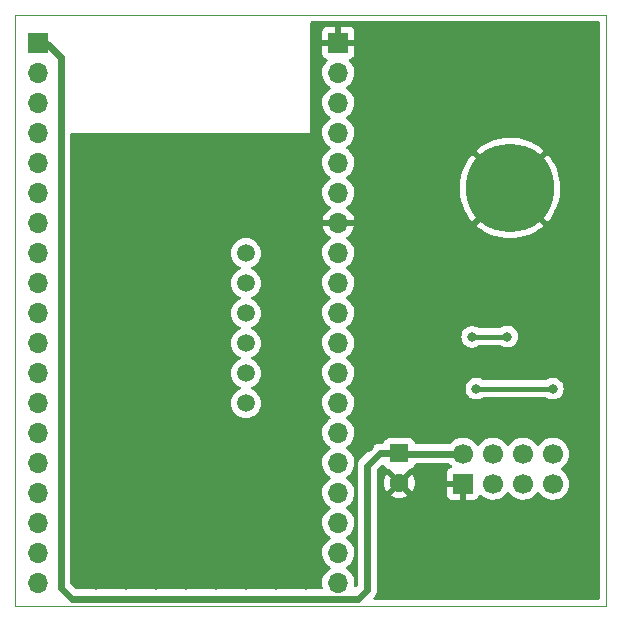
<source format=gbr>
%TF.GenerationSoftware,KiCad,Pcbnew,6.0.7-f9a2dced07~116~ubuntu20.04.1*%
%TF.CreationDate,2022-10-21T17:12:47+02:00*%
%TF.ProjectId,openDTU,6f70656e-4454-4552-9e6b-696361645f70,rev?*%
%TF.SameCoordinates,PX729cd20PY72d18e0*%
%TF.FileFunction,Copper,L2,Bot*%
%TF.FilePolarity,Positive*%
%FSLAX46Y46*%
G04 Gerber Fmt 4.6, Leading zero omitted, Abs format (unit mm)*
G04 Created by KiCad (PCBNEW 6.0.7-f9a2dced07~116~ubuntu20.04.1) date 2022-10-21 17:12:47*
%MOMM*%
%LPD*%
G01*
G04 APERTURE LIST*
%TA.AperFunction,Profile*%
%ADD10C,0.100000*%
%TD*%
%TA.AperFunction,ComponentPad*%
%ADD11C,1.500000*%
%TD*%
%TA.AperFunction,ComponentPad*%
%ADD12C,4.700000*%
%TD*%
%TA.AperFunction,ConnectorPad*%
%ADD13C,7.500000*%
%TD*%
%TA.AperFunction,ComponentPad*%
%ADD14R,1.700000X1.700000*%
%TD*%
%TA.AperFunction,ComponentPad*%
%ADD15O,1.700000X1.700000*%
%TD*%
%TA.AperFunction,ComponentPad*%
%ADD16R,1.600000X1.600000*%
%TD*%
%TA.AperFunction,ComponentPad*%
%ADD17C,1.600000*%
%TD*%
%TA.AperFunction,ComponentPad*%
%ADD18C,1.700000*%
%TD*%
%TA.AperFunction,ViaPad*%
%ADD19C,0.800000*%
%TD*%
%TA.AperFunction,Conductor*%
%ADD20C,0.609600*%
%TD*%
%TA.AperFunction,Conductor*%
%ADD21C,0.400000*%
%TD*%
%TA.AperFunction,Conductor*%
%ADD22C,0.250000*%
%TD*%
G04 APERTURE END LIST*
D10*
X0Y50000000D02*
X50000000Y50000000D01*
X50000000Y50000000D02*
X50000000Y0D01*
X50000000Y0D02*
X0Y0D01*
X0Y0D02*
X0Y50000000D01*
D11*
%TO.P,TP6,1,1*%
%TO.N,/CE*%
X19520000Y17145000D03*
%TD*%
%TO.P,TP5,1,1*%
%TO.N,/IRQ*%
X19520000Y19685000D03*
%TD*%
%TO.P,TP4,1,1*%
%TO.N,/~{CSN}*%
X19520000Y22225000D03*
%TD*%
%TO.P,TP3,1,1*%
%TO.N,/SCK*%
X19520000Y24765000D03*
%TD*%
%TO.P,TP2,1,1*%
%TO.N,/MISO*%
X19520000Y27305000D03*
%TD*%
%TO.P,TP1,1,1*%
%TO.N,/MOSI*%
X19520000Y29845000D03*
%TD*%
D12*
%TO.P,REF\u002A\u002A,1*%
%TO.N,GND*%
X41872000Y35356800D03*
D13*
X41872000Y35356800D03*
%TD*%
D14*
%TO.P,U1,1,3V3*%
%TO.N,+3.3V*%
X1939000Y47657000D03*
D15*
%TO.P,U1,2,EN*%
%TO.N,unconnected-(U1-Pad2)*%
X1939000Y45117000D03*
%TO.P,U1,3,SP*%
%TO.N,unconnected-(U1-Pad3)*%
X1939000Y42577000D03*
%TO.P,U1,4,SN*%
%TO.N,unconnected-(U1-Pad4)*%
X1939000Y40037000D03*
%TO.P,U1,5,G34*%
%TO.N,unconnected-(U1-Pad5)*%
X1939000Y37497000D03*
%TO.P,U1,6,G35*%
%TO.N,unconnected-(U1-Pad6)*%
X1939000Y34957000D03*
%TO.P,U1,7,G32*%
%TO.N,unconnected-(U1-Pad7)*%
X1939000Y32417000D03*
%TO.P,U1,8,G33*%
%TO.N,unconnected-(U1-Pad8)*%
X1939000Y29877000D03*
%TO.P,U1,9,G25*%
%TO.N,unconnected-(U1-Pad9)*%
X1939000Y27337000D03*
%TO.P,U1,10,G26*%
%TO.N,unconnected-(U1-Pad10)*%
X1939000Y24797000D03*
%TO.P,U1,11,G27*%
%TO.N,unconnected-(U1-Pad11)*%
X1939000Y22257000D03*
%TO.P,U1,12,G14*%
%TO.N,unconnected-(U1-Pad12)*%
X1939000Y19717000D03*
%TO.P,U1,13,G12*%
%TO.N,unconnected-(U1-Pad13)*%
X1939000Y17177000D03*
%TO.P,U1,14,GND*%
%TO.N,GND*%
X1939000Y14637000D03*
%TO.P,U1,15,G13*%
%TO.N,unconnected-(U1-Pad15)*%
X1939000Y12097000D03*
%TO.P,U1,16,SD2*%
%TO.N,unconnected-(U1-Pad16)*%
X1939000Y9557000D03*
%TO.P,U1,17,SD3*%
%TO.N,unconnected-(U1-Pad17)*%
X1939000Y7017000D03*
%TO.P,U1,18,CMD*%
%TO.N,unconnected-(U1-Pad18)*%
X1939000Y4477000D03*
%TO.P,U1,19,5V*%
%TO.N,unconnected-(U1-Pad19)*%
X1939000Y1937000D03*
%TO.P,U1,20,CLK*%
%TO.N,unconnected-(U1-Pad20)*%
X27339000Y1937000D03*
%TO.P,U1,21,SD0*%
%TO.N,unconnected-(U1-Pad21)*%
X27339000Y4477000D03*
%TO.P,U1,22,SD1*%
%TO.N,unconnected-(U1-Pad22)*%
X27339000Y7017000D03*
%TO.P,U1,23,G15*%
%TO.N,unconnected-(U1-Pad23)*%
X27339000Y9557000D03*
%TO.P,U1,24,G2*%
%TO.N,unconnected-(U1-Pad24)*%
X27339000Y12097000D03*
%TO.P,U1,25,G0*%
%TO.N,unconnected-(U1-Pad25)*%
X27339000Y14637000D03*
%TO.P,U1,26,G4*%
%TO.N,/CE*%
X27339000Y17177000D03*
%TO.P,U1,27,G16*%
%TO.N,/IRQ*%
X27339000Y19717000D03*
%TO.P,U1,28,G17*%
%TO.N,unconnected-(U1-Pad28)*%
X27339000Y22257000D03*
%TO.P,U1,29,G5*%
%TO.N,/~{CSN}*%
X27339000Y24797000D03*
%TO.P,U1,30,G18*%
%TO.N,/SCK*%
X27339000Y27337000D03*
%TO.P,U1,31,G19*%
%TO.N,/MISO*%
X27339000Y29877000D03*
%TO.P,U1,32,GND*%
%TO.N,GND*%
X27339000Y32417000D03*
%TO.P,U1,33,G21*%
%TO.N,unconnected-(U1-Pad33)*%
X27339000Y34957000D03*
%TO.P,U1,34,RXD*%
%TO.N,unconnected-(U1-Pad34)*%
X27339000Y37497000D03*
%TO.P,U1,35,TXD*%
%TO.N,unconnected-(U1-Pad35)*%
X27339000Y40037000D03*
%TO.P,U1,36,G22*%
%TO.N,unconnected-(U1-Pad36)*%
X27339000Y42577000D03*
%TO.P,U1,37,G23*%
%TO.N,/MOSI*%
X27339000Y45117000D03*
D14*
%TO.P,U1,38,GND*%
%TO.N,GND*%
X27339000Y47657000D03*
%TD*%
D16*
%TO.P,C1,1*%
%TO.N,+3.3V*%
X32499400Y12891779D03*
D17*
%TO.P,C1,2*%
%TO.N,GND*%
X32499400Y10391779D03*
%TD*%
D14*
%TO.P,U2,1,GND*%
%TO.N,GND*%
X37880000Y10319000D03*
D18*
%TO.P,U2,2,VCC*%
%TO.N,+3.3V*%
X37880000Y12859000D03*
%TO.P,U2,3,CE*%
%TO.N,/CE*%
X40420000Y10319000D03*
%TO.P,U2,4,~{CSN}*%
%TO.N,/~{CSN}*%
X40420000Y12859000D03*
%TO.P,U2,5,SCK*%
%TO.N,/SCK*%
X42960000Y10319000D03*
%TO.P,U2,6,MOSI*%
%TO.N,/MOSI*%
X42960000Y12859000D03*
%TO.P,U2,7,MISO*%
%TO.N,/MISO*%
X45500000Y10319000D03*
%TO.P,U2,8,IRQ*%
%TO.N,/IRQ*%
X45500000Y12859000D03*
%TD*%
D19*
%TO.N,GND*%
X22060000Y38862000D03*
X19520000Y38862000D03*
X16980000Y38862000D03*
X14440000Y38862000D03*
X11900000Y38862000D03*
X9360000Y38862000D03*
X6820000Y38862000D03*
X24600000Y1778000D03*
X22060000Y1778000D03*
X19520000Y1778000D03*
X16980000Y1778000D03*
X14440000Y1778000D03*
X11900000Y1778000D03*
X9360000Y1778000D03*
X6820000Y1778000D03*
X5042000Y3302000D03*
X5042000Y5842000D03*
X5042000Y8382000D03*
X5042000Y10922000D03*
X5042000Y13462000D03*
X5042000Y16002000D03*
X5042000Y18542000D03*
X5042000Y21082000D03*
X5042000Y23622000D03*
X5042000Y26162000D03*
X5042000Y28702000D03*
X5042000Y31242000D03*
X5042000Y34036000D03*
X5042000Y36322000D03*
X5042000Y38862000D03*
X48984000Y3556000D03*
X48984000Y6096000D03*
X48984000Y8636000D03*
X48984000Y11176000D03*
X48984000Y13716000D03*
X48984000Y16256000D03*
X48984000Y18796000D03*
X48984000Y21336000D03*
X48984000Y23876000D03*
X48984000Y26416000D03*
X48984000Y28956000D03*
X48984000Y31496000D03*
X48984000Y34036000D03*
X48984000Y36576000D03*
X48984000Y39116000D03*
X48984000Y41656000D03*
X48984000Y44196000D03*
X48984000Y46736000D03*
X29934000Y43942000D03*
X29934000Y41402000D03*
X29934000Y38862000D03*
X29934000Y34036000D03*
X29934000Y36322000D03*
X32728000Y1016000D03*
X35776000Y1016000D03*
X38316000Y1016000D03*
X41110000Y1016000D03*
X43904000Y1016000D03*
X46444000Y1016000D03*
X48984000Y1016000D03*
X29934000Y16002000D03*
X32728000Y49022000D03*
X35776000Y49022000D03*
X38316000Y49022000D03*
X41110000Y49022000D03*
X43904000Y49022000D03*
X46444000Y49022000D03*
X48984000Y49022000D03*
X29934000Y49022000D03*
X25362000Y49022000D03*
X29934000Y46228000D03*
X29934000Y13462000D03*
X25362000Y3302000D03*
X25362000Y5842000D03*
X25362000Y8382000D03*
X25362000Y10922000D03*
X25362000Y13462000D03*
X25362000Y16002000D03*
X35776000Y21082000D03*
X33490000Y23622000D03*
X29934000Y18542000D03*
X25362000Y18542000D03*
X25362000Y46228000D03*
X25362000Y43942000D03*
X25362000Y41402000D03*
X25362000Y38862000D03*
X25362000Y36322000D03*
X25362000Y31242000D03*
X29934000Y31242000D03*
X29934000Y28702000D03*
X25362000Y28702000D03*
X25362000Y26162000D03*
X29934000Y26162000D03*
X29934000Y21082000D03*
X29934000Y23622000D03*
X25362000Y21082000D03*
X25362000Y23622000D03*
%TO.N,/IRQ*%
X45504200Y18364200D03*
X39027200Y18364200D03*
%TO.N,/MISO*%
X41643400Y22783800D03*
X38671600Y22758400D03*
%TD*%
D20*
%TO.N,+3.3V*%
X32532179Y12859000D02*
X32499400Y12891779D01*
X1939000Y47657000D02*
X2597000Y47657000D01*
X3822800Y46431200D02*
X3822800Y1524000D01*
X37880000Y12859000D02*
X32532179Y12859000D01*
X29807000Y11861800D02*
X30836979Y12891779D01*
X29807000Y1346200D02*
X29807000Y11861800D01*
X4788000Y558800D02*
X29019600Y558800D01*
X3822800Y1524000D02*
X4788000Y558800D01*
X2597000Y47657000D02*
X3822800Y46431200D01*
X29019600Y558800D02*
X29807000Y1346200D01*
X30836979Y12891779D02*
X32499400Y12891779D01*
D21*
%TO.N,/IRQ*%
X39027200Y18364200D02*
X45504200Y18364200D01*
D22*
%TO.N,/MISO*%
X41618000Y22758400D02*
X41643400Y22783800D01*
D21*
X38671600Y22758400D02*
X41618000Y22758400D01*
%TD*%
%TA.AperFunction,Conductor*%
%TO.N,GND*%
G36*
X49433621Y49471498D02*
G01*
X49480114Y49417842D01*
X49491500Y49365500D01*
X49491500Y634500D01*
X49471498Y566379D01*
X49417842Y519886D01*
X49365500Y508500D01*
X30423670Y508500D01*
X30355549Y528502D01*
X30309056Y582158D01*
X30298952Y652432D01*
X30328446Y717012D01*
X30334575Y723595D01*
X30375469Y764489D01*
X30376406Y765418D01*
X30436218Y823990D01*
X30436219Y823991D01*
X30441250Y828918D01*
X30445064Y834836D01*
X30445068Y834841D01*
X30464895Y865607D01*
X30472334Y875960D01*
X30495170Y904566D01*
X30499563Y910069D01*
X30502628Y916409D01*
X30502631Y916414D01*
X30514265Y940479D01*
X30521792Y953892D01*
X30536274Y976364D01*
X30536277Y976371D01*
X30540092Y982290D01*
X30555023Y1023311D01*
X30559982Y1035051D01*
X30575911Y1068001D01*
X30575912Y1068003D01*
X30578977Y1074344D01*
X30586577Y1107264D01*
X30590943Y1121999D01*
X30600089Y1147128D01*
X30600091Y1147134D01*
X30602498Y1153749D01*
X30607969Y1197059D01*
X30610203Y1209600D01*
X30620022Y1252130D01*
X30620156Y1290290D01*
X30620165Y1292941D01*
X30620195Y1293834D01*
X30620300Y1294670D01*
X30620300Y1331760D01*
X30620659Y1434592D01*
X30620389Y1435798D01*
X30620300Y1437447D01*
X30620300Y9305717D01*
X31777893Y9305717D01*
X31787189Y9293702D01*
X31838394Y9257848D01*
X31847889Y9252365D01*
X32045347Y9160289D01*
X32055639Y9156543D01*
X32266088Y9100154D01*
X32276881Y9098251D01*
X32493925Y9079262D01*
X32504875Y9079262D01*
X32721919Y9098251D01*
X32732712Y9100154D01*
X32943161Y9156543D01*
X32953453Y9160289D01*
X33150911Y9252365D01*
X33160406Y9257848D01*
X33212448Y9294288D01*
X33220824Y9304767D01*
X33213756Y9318213D01*
X33107638Y9424331D01*
X36522001Y9424331D01*
X36522371Y9417510D01*
X36527895Y9366648D01*
X36531521Y9351396D01*
X36576676Y9230946D01*
X36585214Y9215351D01*
X36661715Y9113276D01*
X36674276Y9100715D01*
X36776351Y9024214D01*
X36791946Y9015676D01*
X36912394Y8970522D01*
X36927649Y8966895D01*
X36978514Y8961369D01*
X36985328Y8961000D01*
X37607885Y8961000D01*
X37623124Y8965475D01*
X37624329Y8966865D01*
X37626000Y8974548D01*
X37626000Y10046885D01*
X37621525Y10062124D01*
X37620135Y10063329D01*
X37612452Y10065000D01*
X36540116Y10065000D01*
X36524877Y10060525D01*
X36523672Y10059135D01*
X36522001Y10051452D01*
X36522001Y9424331D01*
X33107638Y9424331D01*
X32512212Y10019757D01*
X32498268Y10027371D01*
X32496435Y10027240D01*
X32489820Y10022989D01*
X31784323Y9317492D01*
X31777893Y9305717D01*
X30620300Y9305717D01*
X30620300Y10386304D01*
X31186883Y10386304D01*
X31205872Y10169260D01*
X31207775Y10158467D01*
X31264164Y9948018D01*
X31267910Y9937726D01*
X31359986Y9740268D01*
X31365469Y9730773D01*
X31401909Y9678731D01*
X31412388Y9670355D01*
X31425834Y9677423D01*
X32127378Y10378967D01*
X32133756Y10390647D01*
X32863808Y10390647D01*
X32863939Y10388814D01*
X32868190Y10382199D01*
X33573687Y9676702D01*
X33585462Y9670272D01*
X33597477Y9679568D01*
X33633331Y9730773D01*
X33638814Y9740268D01*
X33730890Y9937726D01*
X33734636Y9948018D01*
X33791025Y10158467D01*
X33792928Y10169260D01*
X33811917Y10386304D01*
X33811917Y10397254D01*
X33792928Y10614298D01*
X33791025Y10625091D01*
X33734636Y10835540D01*
X33730890Y10845832D01*
X33638814Y11043290D01*
X33633331Y11052785D01*
X33596891Y11104827D01*
X33586412Y11113203D01*
X33572966Y11106135D01*
X32871422Y10404591D01*
X32863808Y10390647D01*
X32133756Y10390647D01*
X32134992Y10392911D01*
X32134861Y10394744D01*
X32130610Y10401359D01*
X31425113Y11106856D01*
X31413338Y11113286D01*
X31401323Y11103990D01*
X31365469Y11052785D01*
X31359986Y11043290D01*
X31267910Y10845832D01*
X31264164Y10835540D01*
X31207775Y10625091D01*
X31205872Y10614298D01*
X31186883Y10397254D01*
X31186883Y10386304D01*
X30620300Y10386304D01*
X30620300Y11472730D01*
X30640302Y11540851D01*
X30657205Y11561825D01*
X31026333Y11930953D01*
X31088645Y11964979D01*
X31159460Y11959914D01*
X31216296Y11917367D01*
X31233410Y11886086D01*
X31237209Y11875954D01*
X31248785Y11845074D01*
X31336139Y11728518D01*
X31452695Y11641164D01*
X31589084Y11590034D01*
X31632652Y11585301D01*
X31647886Y11583646D01*
X31647889Y11583646D01*
X31651266Y11583279D01*
X31654585Y11583279D01*
X31721510Y11559626D01*
X31757204Y11513623D01*
X31759134Y11514638D01*
X31764842Y11503779D01*
X31765032Y11503534D01*
X31765053Y11503376D01*
X31785044Y11465345D01*
X32486588Y10763801D01*
X32500532Y10756187D01*
X32502365Y10756318D01*
X32508980Y10760569D01*
X33214477Y11466066D01*
X33237271Y11507808D01*
X33239447Y11517808D01*
X33289653Y11568006D01*
X33343214Y11583230D01*
X33344119Y11583279D01*
X33347534Y11583279D01*
X33350930Y11583648D01*
X33350932Y11583648D01*
X33363279Y11584989D01*
X33409716Y11590034D01*
X33546105Y11641164D01*
X33662661Y11728518D01*
X33750015Y11845074D01*
X33761592Y11875954D01*
X33794572Y11963929D01*
X33837213Y12020694D01*
X33903775Y12045394D01*
X33912554Y12045700D01*
X36729546Y12045700D01*
X36797667Y12025698D01*
X36824783Y12002198D01*
X36922865Y11888969D01*
X36922869Y11888965D01*
X36926250Y11885062D01*
X36930225Y11881762D01*
X36930231Y11881756D01*
X36935425Y11877444D01*
X36975059Y11818540D01*
X36976555Y11747559D01*
X36939439Y11687038D01*
X36899168Y11662520D01*
X36791946Y11622324D01*
X36776351Y11613786D01*
X36674276Y11537285D01*
X36661715Y11524724D01*
X36585214Y11422649D01*
X36576676Y11407054D01*
X36531522Y11286606D01*
X36527895Y11271351D01*
X36522369Y11220486D01*
X36522000Y11213672D01*
X36522000Y10591115D01*
X36526475Y10575876D01*
X36527865Y10574671D01*
X36535548Y10573000D01*
X38008000Y10573000D01*
X38076121Y10552998D01*
X38122614Y10499342D01*
X38134000Y10447000D01*
X38134000Y8979116D01*
X38138475Y8963877D01*
X38139865Y8962672D01*
X38147548Y8961001D01*
X38774669Y8961001D01*
X38781490Y8961371D01*
X38832352Y8966895D01*
X38847604Y8970521D01*
X38968054Y9015676D01*
X38983649Y9024214D01*
X39085724Y9100715D01*
X39098285Y9113276D01*
X39174786Y9215351D01*
X39183324Y9230946D01*
X39224225Y9340048D01*
X39266867Y9396812D01*
X39333428Y9421512D01*
X39402777Y9406304D01*
X39437444Y9378316D01*
X39462865Y9348969D01*
X39462869Y9348965D01*
X39466250Y9345062D01*
X39638126Y9202368D01*
X39831000Y9089662D01*
X40039692Y9009970D01*
X40044760Y9008939D01*
X40044763Y9008938D01*
X40152017Y8987117D01*
X40258597Y8965433D01*
X40263772Y8965243D01*
X40263774Y8965243D01*
X40476673Y8957436D01*
X40476677Y8957436D01*
X40481837Y8957247D01*
X40486957Y8957903D01*
X40486959Y8957903D01*
X40698288Y8984975D01*
X40698289Y8984975D01*
X40703416Y8985632D01*
X40708366Y8987117D01*
X40912429Y9048339D01*
X40912434Y9048341D01*
X40917384Y9049826D01*
X41117994Y9148104D01*
X41299860Y9277827D01*
X41340388Y9318213D01*
X41400701Y9378316D01*
X41458096Y9435511D01*
X41495161Y9487092D01*
X41588453Y9616923D01*
X41589776Y9615972D01*
X41636645Y9659143D01*
X41706580Y9671375D01*
X41772026Y9643856D01*
X41799875Y9612006D01*
X41859987Y9513912D01*
X42006250Y9345062D01*
X42178126Y9202368D01*
X42371000Y9089662D01*
X42579692Y9009970D01*
X42584760Y9008939D01*
X42584763Y9008938D01*
X42692017Y8987117D01*
X42798597Y8965433D01*
X42803772Y8965243D01*
X42803774Y8965243D01*
X43016673Y8957436D01*
X43016677Y8957436D01*
X43021837Y8957247D01*
X43026957Y8957903D01*
X43026959Y8957903D01*
X43238288Y8984975D01*
X43238289Y8984975D01*
X43243416Y8985632D01*
X43248366Y8987117D01*
X43452429Y9048339D01*
X43452434Y9048341D01*
X43457384Y9049826D01*
X43657994Y9148104D01*
X43839860Y9277827D01*
X43880388Y9318213D01*
X43940701Y9378316D01*
X43998096Y9435511D01*
X44035161Y9487092D01*
X44128453Y9616923D01*
X44129776Y9615972D01*
X44176645Y9659143D01*
X44246580Y9671375D01*
X44312026Y9643856D01*
X44339875Y9612006D01*
X44399987Y9513912D01*
X44546250Y9345062D01*
X44718126Y9202368D01*
X44911000Y9089662D01*
X45119692Y9009970D01*
X45124760Y9008939D01*
X45124763Y9008938D01*
X45232017Y8987117D01*
X45338597Y8965433D01*
X45343772Y8965243D01*
X45343774Y8965243D01*
X45556673Y8957436D01*
X45556677Y8957436D01*
X45561837Y8957247D01*
X45566957Y8957903D01*
X45566959Y8957903D01*
X45778288Y8984975D01*
X45778289Y8984975D01*
X45783416Y8985632D01*
X45788366Y8987117D01*
X45992429Y9048339D01*
X45992434Y9048341D01*
X45997384Y9049826D01*
X46197994Y9148104D01*
X46379860Y9277827D01*
X46420388Y9318213D01*
X46480701Y9378316D01*
X46538096Y9435511D01*
X46575161Y9487092D01*
X46665435Y9612723D01*
X46668453Y9616923D01*
X46689320Y9659143D01*
X46765136Y9812547D01*
X46765137Y9812549D01*
X46767430Y9817189D01*
X46832370Y10030931D01*
X46861529Y10252410D01*
X46863156Y10319000D01*
X46844852Y10541639D01*
X46790431Y10758298D01*
X46701354Y10963160D01*
X46643373Y11052785D01*
X46582822Y11146383D01*
X46582820Y11146386D01*
X46580014Y11150723D01*
X46429670Y11315949D01*
X46425619Y11319148D01*
X46425615Y11319152D01*
X46258414Y11451200D01*
X46258410Y11451202D01*
X46254359Y11454402D01*
X46213053Y11477204D01*
X46163084Y11527636D01*
X46148312Y11597079D01*
X46173428Y11663484D01*
X46200780Y11690091D01*
X46264719Y11735698D01*
X46379860Y11817827D01*
X46404323Y11842204D01*
X46493382Y11930953D01*
X46538096Y11975511D01*
X46557273Y12002198D01*
X46665435Y12152723D01*
X46668453Y12156923D01*
X46676374Y12172949D01*
X46765136Y12352547D01*
X46765137Y12352549D01*
X46767430Y12357189D01*
X46832370Y12570931D01*
X46861529Y12792410D01*
X46863156Y12859000D01*
X46844852Y13081639D01*
X46790431Y13298298D01*
X46701354Y13503160D01*
X46644939Y13590364D01*
X46582822Y13686383D01*
X46582820Y13686386D01*
X46580014Y13690723D01*
X46429670Y13855949D01*
X46425619Y13859148D01*
X46425615Y13859152D01*
X46258414Y13991200D01*
X46258410Y13991202D01*
X46254359Y13994402D01*
X46058789Y14102362D01*
X46053920Y14104086D01*
X46053916Y14104088D01*
X45853087Y14175205D01*
X45853083Y14175206D01*
X45848212Y14176931D01*
X45843119Y14177838D01*
X45843116Y14177839D01*
X45633373Y14215200D01*
X45633367Y14215201D01*
X45628284Y14216106D01*
X45554452Y14217008D01*
X45410081Y14218772D01*
X45410079Y14218772D01*
X45404911Y14218835D01*
X45184091Y14185045D01*
X44971756Y14115643D01*
X44941443Y14099863D01*
X44789250Y14020636D01*
X44773607Y14012493D01*
X44769474Y14009390D01*
X44769471Y14009388D01*
X44599100Y13881470D01*
X44594965Y13878365D01*
X44591393Y13874627D01*
X44472166Y13749863D01*
X44440629Y13716862D01*
X44333201Y13559379D01*
X44278293Y13514379D01*
X44207768Y13506208D01*
X44144021Y13537462D01*
X44123324Y13561946D01*
X44042822Y13686383D01*
X44042820Y13686386D01*
X44040014Y13690723D01*
X43889670Y13855949D01*
X43885619Y13859148D01*
X43885615Y13859152D01*
X43718414Y13991200D01*
X43718410Y13991202D01*
X43714359Y13994402D01*
X43518789Y14102362D01*
X43513920Y14104086D01*
X43513916Y14104088D01*
X43313087Y14175205D01*
X43313083Y14175206D01*
X43308212Y14176931D01*
X43303119Y14177838D01*
X43303116Y14177839D01*
X43093373Y14215200D01*
X43093367Y14215201D01*
X43088284Y14216106D01*
X43014452Y14217008D01*
X42870081Y14218772D01*
X42870079Y14218772D01*
X42864911Y14218835D01*
X42644091Y14185045D01*
X42431756Y14115643D01*
X42401443Y14099863D01*
X42249250Y14020636D01*
X42233607Y14012493D01*
X42229474Y14009390D01*
X42229471Y14009388D01*
X42059100Y13881470D01*
X42054965Y13878365D01*
X42051393Y13874627D01*
X41932166Y13749863D01*
X41900629Y13716862D01*
X41793201Y13559379D01*
X41738293Y13514379D01*
X41667768Y13506208D01*
X41604021Y13537462D01*
X41583324Y13561946D01*
X41502822Y13686383D01*
X41502820Y13686386D01*
X41500014Y13690723D01*
X41349670Y13855949D01*
X41345619Y13859148D01*
X41345615Y13859152D01*
X41178414Y13991200D01*
X41178410Y13991202D01*
X41174359Y13994402D01*
X40978789Y14102362D01*
X40973920Y14104086D01*
X40973916Y14104088D01*
X40773087Y14175205D01*
X40773083Y14175206D01*
X40768212Y14176931D01*
X40763119Y14177838D01*
X40763116Y14177839D01*
X40553373Y14215200D01*
X40553367Y14215201D01*
X40548284Y14216106D01*
X40474452Y14217008D01*
X40330081Y14218772D01*
X40330079Y14218772D01*
X40324911Y14218835D01*
X40104091Y14185045D01*
X39891756Y14115643D01*
X39861443Y14099863D01*
X39709250Y14020636D01*
X39693607Y14012493D01*
X39689474Y14009390D01*
X39689471Y14009388D01*
X39519100Y13881470D01*
X39514965Y13878365D01*
X39511393Y13874627D01*
X39392166Y13749863D01*
X39360629Y13716862D01*
X39253201Y13559379D01*
X39198293Y13514379D01*
X39127768Y13506208D01*
X39064021Y13537462D01*
X39043324Y13561946D01*
X38962822Y13686383D01*
X38962820Y13686386D01*
X38960014Y13690723D01*
X38809670Y13855949D01*
X38805619Y13859148D01*
X38805615Y13859152D01*
X38638414Y13991200D01*
X38638410Y13991202D01*
X38634359Y13994402D01*
X38438789Y14102362D01*
X38433920Y14104086D01*
X38433916Y14104088D01*
X38233087Y14175205D01*
X38233083Y14175206D01*
X38228212Y14176931D01*
X38223119Y14177838D01*
X38223116Y14177839D01*
X38013373Y14215200D01*
X38013367Y14215201D01*
X38008284Y14216106D01*
X37934452Y14217008D01*
X37790081Y14218772D01*
X37790079Y14218772D01*
X37784911Y14218835D01*
X37564091Y14185045D01*
X37351756Y14115643D01*
X37321443Y14099863D01*
X37169250Y14020636D01*
X37153607Y14012493D01*
X37149474Y14009390D01*
X37149471Y14009388D01*
X36979100Y13881470D01*
X36974965Y13878365D01*
X36927123Y13828301D01*
X36852166Y13749863D01*
X36822231Y13718538D01*
X36822229Y13718537D01*
X36820629Y13716862D01*
X36820283Y13717192D01*
X36764500Y13678655D01*
X36724990Y13672300D01*
X33928299Y13672300D01*
X33860178Y13692302D01*
X33813685Y13745958D01*
X33803036Y13784689D01*
X33801998Y13794240D01*
X33801145Y13802095D01*
X33750015Y13938484D01*
X33662661Y14055040D01*
X33546105Y14142394D01*
X33409716Y14193524D01*
X33347534Y14200279D01*
X31651266Y14200279D01*
X31589084Y14193524D01*
X31452695Y14142394D01*
X31336139Y14055040D01*
X31248785Y13938484D01*
X31197655Y13802095D01*
X31197404Y13799785D01*
X31163413Y13740287D01*
X31100458Y13707466D01*
X31076048Y13705079D01*
X30846196Y13705079D01*
X30844876Y13705086D01*
X30843768Y13705098D01*
X30754270Y13706035D01*
X30747388Y13704547D01*
X30747387Y13704547D01*
X30711607Y13696812D01*
X30699029Y13694753D01*
X30662661Y13690673D01*
X30662652Y13690671D01*
X30655654Y13689886D01*
X30645595Y13686383D01*
X30623748Y13678776D01*
X30608941Y13674614D01*
X30598239Y13672300D01*
X30575928Y13667476D01*
X30569543Y13664499D01*
X30569541Y13664498D01*
X30566462Y13663062D01*
X30536365Y13649028D01*
X30524572Y13644239D01*
X30483340Y13629880D01*
X30477365Y13626146D01*
X30477362Y13626145D01*
X30454689Y13611978D01*
X30441172Y13604639D01*
X30410560Y13590364D01*
X30385574Y13570983D01*
X30376069Y13563610D01*
X30365615Y13556317D01*
X30328603Y13533190D01*
X30323604Y13528225D01*
X30323602Y13528224D01*
X30299635Y13504423D01*
X30298997Y13503826D01*
X30298326Y13503306D01*
X30272068Y13477048D01*
X30220822Y13426158D01*
X30199133Y13404620D01*
X30198473Y13403579D01*
X30197364Y13402344D01*
X29238531Y12443511D01*
X29237594Y12442582D01*
X29172750Y12379082D01*
X29168936Y12373164D01*
X29168932Y12373159D01*
X29149105Y12342393D01*
X29141666Y12332040D01*
X29127646Y12314478D01*
X29114437Y12297931D01*
X29111372Y12291591D01*
X29111369Y12291586D01*
X29099735Y12267521D01*
X29092208Y12254108D01*
X29077726Y12231636D01*
X29077723Y12231629D01*
X29073908Y12225710D01*
X29071498Y12219090D01*
X29071498Y12219089D01*
X29058979Y12184693D01*
X29054019Y12172952D01*
X29035023Y12133656D01*
X29027423Y12100736D01*
X29023057Y12086001D01*
X29013911Y12060872D01*
X29013909Y12060866D01*
X29011502Y12054251D01*
X29010620Y12047268D01*
X29006031Y12010941D01*
X29003797Y11998400D01*
X28993978Y11955870D01*
X28993953Y11948824D01*
X28993953Y11948821D01*
X28993835Y11915059D01*
X28993805Y11914166D01*
X28993700Y11913330D01*
X28993700Y11876394D01*
X28993699Y11875954D01*
X28993448Y11803977D01*
X28993341Y11773408D01*
X28993611Y11772202D01*
X28993700Y11770553D01*
X28993700Y1735270D01*
X28973698Y1667149D01*
X28956795Y1646175D01*
X28890144Y1579524D01*
X28827832Y1545498D01*
X28757017Y1550563D01*
X28700181Y1593110D01*
X28675370Y1659630D01*
X28676127Y1685066D01*
X28683654Y1742233D01*
X28700529Y1870410D01*
X28700917Y1886287D01*
X28702074Y1933635D01*
X28702074Y1933639D01*
X28702156Y1937000D01*
X28683852Y2159639D01*
X28629431Y2376298D01*
X28540354Y2581160D01*
X28419014Y2768723D01*
X28268670Y2933949D01*
X28264619Y2937148D01*
X28264615Y2937152D01*
X28097414Y3069200D01*
X28097410Y3069202D01*
X28093359Y3072402D01*
X28052053Y3095204D01*
X28002084Y3145636D01*
X27987312Y3215079D01*
X28012428Y3281484D01*
X28039780Y3308091D01*
X28083603Y3339350D01*
X28218860Y3435827D01*
X28377096Y3593511D01*
X28436594Y3676311D01*
X28504435Y3770723D01*
X28507453Y3774923D01*
X28606430Y3975189D01*
X28671370Y4188931D01*
X28700529Y4410410D01*
X28702156Y4477000D01*
X28683852Y4699639D01*
X28629431Y4916298D01*
X28540354Y5121160D01*
X28419014Y5308723D01*
X28268670Y5473949D01*
X28264619Y5477148D01*
X28264615Y5477152D01*
X28097414Y5609200D01*
X28097410Y5609202D01*
X28093359Y5612402D01*
X28052053Y5635204D01*
X28002084Y5685636D01*
X27987312Y5755079D01*
X28012428Y5821484D01*
X28039780Y5848091D01*
X28083603Y5879350D01*
X28218860Y5975827D01*
X28377096Y6133511D01*
X28436594Y6216311D01*
X28504435Y6310723D01*
X28507453Y6314923D01*
X28606430Y6515189D01*
X28671370Y6728931D01*
X28700529Y6950410D01*
X28702156Y7017000D01*
X28683852Y7239639D01*
X28629431Y7456298D01*
X28540354Y7661160D01*
X28419014Y7848723D01*
X28268670Y8013949D01*
X28264619Y8017148D01*
X28264615Y8017152D01*
X28097414Y8149200D01*
X28097410Y8149202D01*
X28093359Y8152402D01*
X28052053Y8175204D01*
X28002084Y8225636D01*
X27987312Y8295079D01*
X28012428Y8361484D01*
X28039780Y8388091D01*
X28083603Y8419350D01*
X28218860Y8515827D01*
X28377096Y8673511D01*
X28436594Y8756311D01*
X28504435Y8850723D01*
X28507453Y8854923D01*
X28558025Y8957247D01*
X28604136Y9050547D01*
X28604137Y9050549D01*
X28606430Y9055189D01*
X28671370Y9268931D01*
X28700529Y9490410D01*
X28702156Y9557000D01*
X28683852Y9779639D01*
X28629431Y9996298D01*
X28540354Y10201160D01*
X28442574Y10352305D01*
X28421822Y10384383D01*
X28421820Y10384386D01*
X28419014Y10388723D01*
X28268670Y10553949D01*
X28264619Y10557148D01*
X28264615Y10557152D01*
X28097414Y10689200D01*
X28097410Y10689202D01*
X28093359Y10692402D01*
X28052053Y10715204D01*
X28002084Y10765636D01*
X27987312Y10835079D01*
X28012428Y10901484D01*
X28039780Y10928091D01*
X28104673Y10974379D01*
X28218860Y11055827D01*
X28377096Y11213511D01*
X28436594Y11296311D01*
X28504435Y11390723D01*
X28507453Y11394923D01*
X28513449Y11407054D01*
X28604136Y11590547D01*
X28604137Y11590549D01*
X28606430Y11595189D01*
X28671370Y11808931D01*
X28700529Y12030410D01*
X28700611Y12033760D01*
X28702074Y12093635D01*
X28702074Y12093639D01*
X28702156Y12097000D01*
X28683852Y12319639D01*
X28629431Y12536298D01*
X28540354Y12741160D01*
X28419014Y12928723D01*
X28268670Y13093949D01*
X28264619Y13097148D01*
X28264615Y13097152D01*
X28097414Y13229200D01*
X28097410Y13229202D01*
X28093359Y13232402D01*
X28052053Y13255204D01*
X28002084Y13305636D01*
X27987312Y13375079D01*
X28012428Y13441484D01*
X28039780Y13468091D01*
X28104673Y13514379D01*
X28218860Y13595827D01*
X28236728Y13613632D01*
X28318845Y13695463D01*
X28377096Y13753511D01*
X28436594Y13836311D01*
X28504435Y13930723D01*
X28507453Y13934923D01*
X28512765Y13945670D01*
X28604136Y14130547D01*
X28604137Y14130549D01*
X28606430Y14135189D01*
X28671370Y14348931D01*
X28700529Y14570410D01*
X28702156Y14637000D01*
X28683852Y14859639D01*
X28629431Y15076298D01*
X28540354Y15281160D01*
X28419014Y15468723D01*
X28268670Y15633949D01*
X28264619Y15637148D01*
X28264615Y15637152D01*
X28097414Y15769200D01*
X28097410Y15769202D01*
X28093359Y15772402D01*
X28052053Y15795204D01*
X28002084Y15845636D01*
X27987312Y15915079D01*
X28012428Y15981484D01*
X28039780Y16008091D01*
X28104284Y16054101D01*
X28218860Y16135827D01*
X28377096Y16293511D01*
X28436594Y16376311D01*
X28504435Y16470723D01*
X28507453Y16474923D01*
X28606430Y16675189D01*
X28671370Y16888931D01*
X28700529Y17110410D01*
X28700611Y17113760D01*
X28702074Y17173635D01*
X28702074Y17173639D01*
X28702156Y17177000D01*
X28683852Y17399639D01*
X28629431Y17616298D01*
X28540354Y17821160D01*
X28452451Y17957038D01*
X28421822Y18004383D01*
X28421820Y18004386D01*
X28419014Y18008723D01*
X28268670Y18173949D01*
X28264619Y18177148D01*
X28264615Y18177152D01*
X28097414Y18309200D01*
X28097410Y18309202D01*
X28093359Y18312402D01*
X28052053Y18335204D01*
X28023323Y18364200D01*
X38113696Y18364200D01*
X38114386Y18357635D01*
X38131010Y18199470D01*
X38133658Y18174272D01*
X38192673Y17992644D01*
X38288160Y17827256D01*
X38292578Y17822349D01*
X38292579Y17822348D01*
X38411525Y17690245D01*
X38415947Y17685334D01*
X38510967Y17616298D01*
X38564951Y17577076D01*
X38570448Y17573082D01*
X38576476Y17570398D01*
X38576478Y17570397D01*
X38738881Y17498091D01*
X38744912Y17495406D01*
X38838312Y17475553D01*
X38925256Y17457072D01*
X38925261Y17457072D01*
X38931713Y17455700D01*
X39122687Y17455700D01*
X39129139Y17457072D01*
X39129144Y17457072D01*
X39216088Y17475553D01*
X39309488Y17495406D01*
X39315519Y17498091D01*
X39477922Y17570397D01*
X39477924Y17570398D01*
X39483952Y17573082D01*
X39489450Y17577076D01*
X39564544Y17631636D01*
X39631411Y17655494D01*
X39638605Y17655700D01*
X44892795Y17655700D01*
X44960916Y17635698D01*
X44966856Y17631636D01*
X45041951Y17577076D01*
X45047448Y17573082D01*
X45053476Y17570398D01*
X45053478Y17570397D01*
X45215881Y17498091D01*
X45221912Y17495406D01*
X45315312Y17475553D01*
X45402256Y17457072D01*
X45402261Y17457072D01*
X45408713Y17455700D01*
X45599687Y17455700D01*
X45606139Y17457072D01*
X45606144Y17457072D01*
X45693088Y17475553D01*
X45786488Y17495406D01*
X45792519Y17498091D01*
X45954922Y17570397D01*
X45954924Y17570398D01*
X45960952Y17573082D01*
X45966450Y17577076D01*
X46020433Y17616298D01*
X46115453Y17685334D01*
X46119875Y17690245D01*
X46238821Y17822348D01*
X46238822Y17822349D01*
X46243240Y17827256D01*
X46338727Y17992644D01*
X46397742Y18174272D01*
X46400391Y18199470D01*
X46417014Y18357635D01*
X46417704Y18364200D01*
X46403654Y18497880D01*
X46398432Y18547565D01*
X46398432Y18547567D01*
X46397742Y18554128D01*
X46338727Y18735756D01*
X46243240Y18901144D01*
X46233545Y18911912D01*
X46119875Y19038155D01*
X46119874Y19038156D01*
X46115453Y19043066D01*
X45960952Y19155318D01*
X45954924Y19158002D01*
X45954922Y19158003D01*
X45792519Y19230309D01*
X45792518Y19230309D01*
X45786488Y19232994D01*
X45692725Y19252924D01*
X45606144Y19271328D01*
X45606139Y19271328D01*
X45599687Y19272700D01*
X45408713Y19272700D01*
X45402261Y19271328D01*
X45402256Y19271328D01*
X45315675Y19252924D01*
X45221912Y19232994D01*
X45215882Y19230309D01*
X45215881Y19230309D01*
X45053478Y19158003D01*
X45053476Y19158002D01*
X45047448Y19155318D01*
X45042107Y19151438D01*
X45042106Y19151437D01*
X44966856Y19096764D01*
X44899989Y19072906D01*
X44892795Y19072700D01*
X39638605Y19072700D01*
X39570484Y19092702D01*
X39564544Y19096764D01*
X39489294Y19151437D01*
X39489293Y19151438D01*
X39483952Y19155318D01*
X39477924Y19158002D01*
X39477922Y19158003D01*
X39315519Y19230309D01*
X39315518Y19230309D01*
X39309488Y19232994D01*
X39215725Y19252924D01*
X39129144Y19271328D01*
X39129139Y19271328D01*
X39122687Y19272700D01*
X38931713Y19272700D01*
X38925261Y19271328D01*
X38925256Y19271328D01*
X38838675Y19252924D01*
X38744912Y19232994D01*
X38738882Y19230309D01*
X38738881Y19230309D01*
X38576478Y19158003D01*
X38576476Y19158002D01*
X38570448Y19155318D01*
X38415947Y19043066D01*
X38411526Y19038156D01*
X38411525Y19038155D01*
X38297856Y18911912D01*
X38288160Y18901144D01*
X38192673Y18735756D01*
X38133658Y18554128D01*
X38132968Y18547567D01*
X38132968Y18547565D01*
X38127746Y18497880D01*
X38113696Y18364200D01*
X28023323Y18364200D01*
X28002084Y18385636D01*
X27987312Y18455079D01*
X28012428Y18521484D01*
X28039780Y18548091D01*
X28104284Y18594101D01*
X28218860Y18675827D01*
X28377096Y18833511D01*
X28436594Y18916311D01*
X28504435Y19010723D01*
X28507453Y19014923D01*
X28606430Y19215189D01*
X28671370Y19428931D01*
X28700529Y19650410D01*
X28700611Y19653760D01*
X28702074Y19713635D01*
X28702074Y19713639D01*
X28702156Y19717000D01*
X28683852Y19939639D01*
X28629431Y20156298D01*
X28540354Y20361160D01*
X28452451Y20497038D01*
X28421822Y20544383D01*
X28421820Y20544386D01*
X28419014Y20548723D01*
X28268670Y20713949D01*
X28264619Y20717148D01*
X28264615Y20717152D01*
X28097414Y20849200D01*
X28097410Y20849202D01*
X28093359Y20852402D01*
X28052053Y20875204D01*
X28002084Y20925636D01*
X27987312Y20995079D01*
X28012428Y21061484D01*
X28039780Y21088091D01*
X28104284Y21134101D01*
X28218860Y21215827D01*
X28377096Y21373511D01*
X28436594Y21456311D01*
X28504435Y21550723D01*
X28507453Y21554923D01*
X28606430Y21755189D01*
X28642923Y21875300D01*
X28669865Y21963977D01*
X28669865Y21963979D01*
X28671370Y21968931D01*
X28700529Y22190410D01*
X28701168Y22216548D01*
X28702074Y22253635D01*
X28702074Y22253639D01*
X28702156Y22257000D01*
X28683852Y22479639D01*
X28629431Y22696298D01*
X28602428Y22758400D01*
X37758096Y22758400D01*
X37758786Y22751835D01*
X37774699Y22600435D01*
X37778058Y22568472D01*
X37837073Y22386844D01*
X37932560Y22221456D01*
X37936978Y22216549D01*
X37936979Y22216548D01*
X37960514Y22190410D01*
X38060347Y22079534D01*
X38084160Y22062233D01*
X38205518Y21974061D01*
X38214848Y21967282D01*
X38220876Y21964598D01*
X38220878Y21964597D01*
X38332262Y21915006D01*
X38389312Y21889606D01*
X38482712Y21869753D01*
X38569656Y21851272D01*
X38569661Y21851272D01*
X38576113Y21849900D01*
X38767087Y21849900D01*
X38773539Y21851272D01*
X38773544Y21851272D01*
X38860488Y21869753D01*
X38953888Y21889606D01*
X39010938Y21915006D01*
X39122322Y21964597D01*
X39122324Y21964598D01*
X39128352Y21967282D01*
X39137683Y21974061D01*
X39208944Y22025836D01*
X39275811Y22049694D01*
X39283005Y22049900D01*
X41066954Y22049900D01*
X41141014Y22025836D01*
X41181301Y21996566D01*
X41181306Y21996563D01*
X41186648Y21992682D01*
X41192676Y21989998D01*
X41192678Y21989997D01*
X41355081Y21917691D01*
X41361112Y21915006D01*
X41454513Y21895153D01*
X41541456Y21876672D01*
X41541461Y21876672D01*
X41547913Y21875300D01*
X41738887Y21875300D01*
X41745339Y21876672D01*
X41745344Y21876672D01*
X41832287Y21895153D01*
X41925688Y21915006D01*
X41931719Y21917691D01*
X42094122Y21989997D01*
X42094124Y21989998D01*
X42100152Y21992682D01*
X42110664Y22000319D01*
X42178622Y22049694D01*
X42254653Y22104934D01*
X42364718Y22227174D01*
X42378021Y22241948D01*
X42378022Y22241949D01*
X42382440Y22246856D01*
X42477927Y22412244D01*
X42536942Y22593872D01*
X42556904Y22783800D01*
X42542626Y22919646D01*
X42537632Y22967165D01*
X42537632Y22967167D01*
X42536942Y22973728D01*
X42477927Y23155356D01*
X42382440Y23320744D01*
X42304426Y23407388D01*
X42259075Y23457755D01*
X42259074Y23457756D01*
X42254653Y23462666D01*
X42135112Y23549518D01*
X42105494Y23571037D01*
X42105493Y23571038D01*
X42100152Y23574918D01*
X42094124Y23577602D01*
X42094122Y23577603D01*
X41931719Y23649909D01*
X41931718Y23649909D01*
X41925688Y23652594D01*
X41824506Y23674101D01*
X41745344Y23690928D01*
X41745339Y23690928D01*
X41738887Y23692300D01*
X41547913Y23692300D01*
X41541461Y23690928D01*
X41541456Y23690928D01*
X41462294Y23674101D01*
X41361112Y23652594D01*
X41355082Y23649909D01*
X41355081Y23649909D01*
X41192678Y23577603D01*
X41192676Y23577602D01*
X41186648Y23574918D01*
X41181307Y23571038D01*
X41181306Y23571037D01*
X41071096Y23490964D01*
X41004229Y23467106D01*
X40997035Y23466900D01*
X39283005Y23466900D01*
X39214884Y23486902D01*
X39208944Y23490964D01*
X39133694Y23545637D01*
X39133693Y23545638D01*
X39128352Y23549518D01*
X39122324Y23552202D01*
X39122322Y23552203D01*
X38959919Y23624509D01*
X38959918Y23624509D01*
X38953888Y23627194D01*
X38847023Y23649909D01*
X38773544Y23665528D01*
X38773539Y23665528D01*
X38767087Y23666900D01*
X38576113Y23666900D01*
X38569661Y23665528D01*
X38569656Y23665528D01*
X38496177Y23649909D01*
X38389312Y23627194D01*
X38383282Y23624509D01*
X38383281Y23624509D01*
X38220878Y23552203D01*
X38220876Y23552202D01*
X38214848Y23549518D01*
X38209507Y23545638D01*
X38209506Y23545637D01*
X38181381Y23525203D01*
X38060347Y23437266D01*
X38055926Y23432356D01*
X38055925Y23432355D01*
X38036241Y23410493D01*
X37932560Y23295344D01*
X37837073Y23129956D01*
X37778058Y22948328D01*
X37777368Y22941767D01*
X37777368Y22941765D01*
X37767376Y22846697D01*
X37758096Y22758400D01*
X28602428Y22758400D01*
X28540354Y22901160D01*
X28452451Y23037038D01*
X28421822Y23084383D01*
X28421820Y23084386D01*
X28419014Y23088723D01*
X28268670Y23253949D01*
X28264619Y23257148D01*
X28264615Y23257152D01*
X28097414Y23389200D01*
X28097410Y23389202D01*
X28093359Y23392402D01*
X28052053Y23415204D01*
X28002084Y23465636D01*
X27987312Y23535079D01*
X28012428Y23601484D01*
X28039780Y23628091D01*
X28104284Y23674101D01*
X28218860Y23755827D01*
X28377096Y23913511D01*
X28436594Y23996311D01*
X28504435Y24090723D01*
X28507453Y24094923D01*
X28606430Y24295189D01*
X28671370Y24508931D01*
X28700529Y24730410D01*
X28700611Y24733760D01*
X28702074Y24793635D01*
X28702074Y24793639D01*
X28702156Y24797000D01*
X28683852Y25019639D01*
X28629431Y25236298D01*
X28540354Y25441160D01*
X28452451Y25577038D01*
X28421822Y25624383D01*
X28421820Y25624386D01*
X28419014Y25628723D01*
X28268670Y25793949D01*
X28264619Y25797148D01*
X28264615Y25797152D01*
X28097414Y25929200D01*
X28097410Y25929202D01*
X28093359Y25932402D01*
X28052053Y25955204D01*
X28002084Y26005636D01*
X27987312Y26075079D01*
X28012428Y26141484D01*
X28039780Y26168091D01*
X28104284Y26214101D01*
X28218860Y26295827D01*
X28377096Y26453511D01*
X28436594Y26536311D01*
X28504435Y26630723D01*
X28507453Y26634923D01*
X28606430Y26835189D01*
X28671370Y27048931D01*
X28700529Y27270410D01*
X28700611Y27273760D01*
X28702074Y27333635D01*
X28702074Y27333639D01*
X28702156Y27337000D01*
X28683852Y27559639D01*
X28629431Y27776298D01*
X28540354Y27981160D01*
X28452451Y28117038D01*
X28421822Y28164383D01*
X28421820Y28164386D01*
X28419014Y28168723D01*
X28268670Y28333949D01*
X28264619Y28337148D01*
X28264615Y28337152D01*
X28097414Y28469200D01*
X28097410Y28469202D01*
X28093359Y28472402D01*
X28052053Y28495204D01*
X28002084Y28545636D01*
X27987312Y28615079D01*
X28012428Y28681484D01*
X28039780Y28708091D01*
X28104284Y28754101D01*
X28218860Y28835827D01*
X28377096Y28993511D01*
X28436594Y29076311D01*
X28504435Y29170723D01*
X28507453Y29174923D01*
X28606430Y29375189D01*
X28671370Y29588931D01*
X28700529Y29810410D01*
X28700611Y29813760D01*
X28702074Y29873635D01*
X28702074Y29873639D01*
X28702156Y29877000D01*
X28683852Y30099639D01*
X28629431Y30316298D01*
X28540354Y30521160D01*
X28452451Y30657038D01*
X28421822Y30704383D01*
X28421820Y30704386D01*
X28419014Y30708723D01*
X28268670Y30873949D01*
X28264619Y30877148D01*
X28264615Y30877152D01*
X28097414Y31009200D01*
X28097410Y31009202D01*
X28093359Y31012402D01*
X28051569Y31035471D01*
X28001598Y31085903D01*
X27986826Y31155346D01*
X28011942Y31221752D01*
X28039294Y31248359D01*
X28214328Y31373208D01*
X28222200Y31379861D01*
X28373052Y31530188D01*
X28379730Y31538035D01*
X28504003Y31710980D01*
X28509313Y31719817D01*
X28603670Y31910733D01*
X28607469Y31920328D01*
X28669377Y32124090D01*
X28671555Y32134163D01*
X28672986Y32145038D01*
X28670775Y32159222D01*
X28657617Y32163000D01*
X26022225Y32163000D01*
X26008694Y32159027D01*
X26007257Y32149034D01*
X26037565Y32014554D01*
X26040645Y32004725D01*
X26120770Y31807397D01*
X26125413Y31798206D01*
X26236694Y31616612D01*
X26242777Y31608301D01*
X26382213Y31447333D01*
X26389580Y31440117D01*
X26553434Y31304084D01*
X26561881Y31298169D01*
X26630969Y31257797D01*
X26679693Y31206158D01*
X26692764Y31136375D01*
X26666033Y31070604D01*
X26625584Y31037248D01*
X26612607Y31030493D01*
X26608474Y31027390D01*
X26608471Y31027388D01*
X26438100Y30899470D01*
X26433965Y30896365D01*
X26279629Y30734862D01*
X26153743Y30550320D01*
X26059688Y30347695D01*
X25999989Y30132430D01*
X25976251Y29910305D01*
X25976548Y29905152D01*
X25976548Y29905149D01*
X25982011Y29810410D01*
X25989110Y29687285D01*
X25990247Y29682239D01*
X25990248Y29682233D01*
X26010119Y29594061D01*
X26038222Y29469361D01*
X26122266Y29262384D01*
X26124965Y29257980D01*
X26236291Y29076312D01*
X26238987Y29071912D01*
X26385250Y28903062D01*
X26557126Y28760368D01*
X26577234Y28748618D01*
X26630445Y28717524D01*
X26679169Y28665886D01*
X26692240Y28596103D01*
X26665509Y28530331D01*
X26625055Y28496973D01*
X26612607Y28490493D01*
X26608474Y28487390D01*
X26608471Y28487388D01*
X26438100Y28359470D01*
X26433965Y28356365D01*
X26279629Y28194862D01*
X26153743Y28010320D01*
X26059688Y27807695D01*
X25999989Y27592430D01*
X25976251Y27370305D01*
X25976548Y27365152D01*
X25976548Y27365149D01*
X25982011Y27270410D01*
X25989110Y27147285D01*
X25990247Y27142239D01*
X25990248Y27142233D01*
X26010119Y27054061D01*
X26038222Y26929361D01*
X26122266Y26722384D01*
X26124965Y26717980D01*
X26236291Y26536312D01*
X26238987Y26531912D01*
X26385250Y26363062D01*
X26557126Y26220368D01*
X26577234Y26208618D01*
X26630445Y26177524D01*
X26679169Y26125886D01*
X26692240Y26056103D01*
X26665509Y25990331D01*
X26625055Y25956973D01*
X26612607Y25950493D01*
X26608474Y25947390D01*
X26608471Y25947388D01*
X26438100Y25819470D01*
X26433965Y25816365D01*
X26279629Y25654862D01*
X26153743Y25470320D01*
X26059688Y25267695D01*
X25999989Y25052430D01*
X25976251Y24830305D01*
X25976548Y24825152D01*
X25976548Y24825149D01*
X25982011Y24730410D01*
X25989110Y24607285D01*
X25990247Y24602239D01*
X25990248Y24602233D01*
X26010119Y24514061D01*
X26038222Y24389361D01*
X26122266Y24182384D01*
X26124965Y24177980D01*
X26236291Y23996312D01*
X26238987Y23991912D01*
X26385250Y23823062D01*
X26557126Y23680368D01*
X26577234Y23668618D01*
X26630445Y23637524D01*
X26679169Y23585886D01*
X26692240Y23516103D01*
X26665509Y23450331D01*
X26625055Y23416973D01*
X26612607Y23410493D01*
X26608474Y23407390D01*
X26608471Y23407388D01*
X26438100Y23279470D01*
X26433965Y23276365D01*
X26279629Y23114862D01*
X26153743Y22930320D01*
X26138003Y22896410D01*
X26073941Y22758400D01*
X26059688Y22727695D01*
X25999989Y22512430D01*
X25976251Y22290305D01*
X25976548Y22285152D01*
X25976548Y22285149D01*
X25982011Y22190410D01*
X25989110Y22067285D01*
X25990247Y22062239D01*
X25990248Y22062233D01*
X26005047Y21996566D01*
X26038222Y21849361D01*
X26122266Y21642384D01*
X26124965Y21637980D01*
X26236291Y21456312D01*
X26238987Y21451912D01*
X26385250Y21283062D01*
X26557126Y21140368D01*
X26577234Y21128618D01*
X26630445Y21097524D01*
X26679169Y21045886D01*
X26692240Y20976103D01*
X26665509Y20910331D01*
X26625055Y20876973D01*
X26612607Y20870493D01*
X26608474Y20867390D01*
X26608471Y20867388D01*
X26438100Y20739470D01*
X26433965Y20736365D01*
X26279629Y20574862D01*
X26153743Y20390320D01*
X26059688Y20187695D01*
X25999989Y19972430D01*
X25976251Y19750305D01*
X25976548Y19745152D01*
X25976548Y19745149D01*
X25982011Y19650410D01*
X25989110Y19527285D01*
X25990247Y19522239D01*
X25990248Y19522233D01*
X26010119Y19434061D01*
X26038222Y19309361D01*
X26122266Y19102384D01*
X26173019Y19019562D01*
X26236291Y18916312D01*
X26238987Y18911912D01*
X26385250Y18743062D01*
X26557126Y18600368D01*
X26577234Y18588618D01*
X26630445Y18557524D01*
X26679169Y18505886D01*
X26692240Y18436103D01*
X26665509Y18370331D01*
X26625055Y18336973D01*
X26612607Y18330493D01*
X26608474Y18327390D01*
X26608471Y18327388D01*
X26438100Y18199470D01*
X26433965Y18196365D01*
X26279629Y18034862D01*
X26153743Y17850320D01*
X26138003Y17816410D01*
X26063404Y17655700D01*
X26059688Y17647695D01*
X25999989Y17432430D01*
X25976251Y17210305D01*
X25976548Y17205152D01*
X25976548Y17205149D01*
X25982011Y17110410D01*
X25989110Y16987285D01*
X25990247Y16982239D01*
X25990248Y16982233D01*
X26010119Y16894061D01*
X26038222Y16769361D01*
X26122266Y16562384D01*
X26124965Y16557980D01*
X26236291Y16376312D01*
X26238987Y16371912D01*
X26385250Y16203062D01*
X26557126Y16060368D01*
X26577232Y16048619D01*
X26630445Y16017524D01*
X26679169Y15965886D01*
X26692240Y15896103D01*
X26665509Y15830331D01*
X26625055Y15796973D01*
X26612607Y15790493D01*
X26608474Y15787390D01*
X26608471Y15787388D01*
X26584247Y15769200D01*
X26433965Y15656365D01*
X26279629Y15494862D01*
X26276715Y15490590D01*
X26276714Y15490589D01*
X26264404Y15472543D01*
X26153743Y15310320D01*
X26059688Y15107695D01*
X25999989Y14892430D01*
X25976251Y14670305D01*
X25976548Y14665152D01*
X25976548Y14665149D01*
X25982011Y14570410D01*
X25989110Y14447285D01*
X25990247Y14442239D01*
X25990248Y14442233D01*
X26010119Y14354061D01*
X26038222Y14229361D01*
X26076461Y14135189D01*
X26111000Y14050130D01*
X26122266Y14022384D01*
X26124965Y14017980D01*
X26210521Y13878365D01*
X26238987Y13831912D01*
X26385250Y13663062D01*
X26557126Y13520368D01*
X26586574Y13503160D01*
X26630445Y13477524D01*
X26679169Y13425886D01*
X26692240Y13356103D01*
X26665509Y13290331D01*
X26625055Y13256973D01*
X26612607Y13250493D01*
X26608474Y13247390D01*
X26608471Y13247388D01*
X26438100Y13119470D01*
X26433965Y13116365D01*
X26279629Y12954862D01*
X26153743Y12770320D01*
X26059688Y12567695D01*
X25999989Y12352430D01*
X25976251Y12130305D01*
X25976548Y12125152D01*
X25976548Y12125149D01*
X25985387Y11971856D01*
X25989110Y11907285D01*
X25990247Y11902239D01*
X25990248Y11902233D01*
X26009946Y11814829D01*
X26038222Y11689361D01*
X26122266Y11482384D01*
X26137885Y11456896D01*
X26236291Y11296312D01*
X26238987Y11291912D01*
X26385250Y11123062D01*
X26557126Y10980368D01*
X26581358Y10966208D01*
X26630445Y10937524D01*
X26679169Y10885886D01*
X26692240Y10816103D01*
X26665509Y10750331D01*
X26625055Y10716973D01*
X26612607Y10710493D01*
X26608474Y10707390D01*
X26608471Y10707388D01*
X26438100Y10579470D01*
X26433965Y10576365D01*
X26279629Y10414862D01*
X26276715Y10410590D01*
X26276714Y10410589D01*
X26216524Y10322354D01*
X26153743Y10230320D01*
X26138003Y10196410D01*
X26068596Y10046885D01*
X26059688Y10027695D01*
X25999989Y9812430D01*
X25976251Y9590305D01*
X25976548Y9585152D01*
X25976548Y9585149D01*
X25988474Y9378316D01*
X25989110Y9367285D01*
X25990247Y9362239D01*
X25990248Y9362233D01*
X26009946Y9274829D01*
X26038222Y9149361D01*
X26122266Y8942384D01*
X26124965Y8937980D01*
X26236291Y8756312D01*
X26238987Y8751912D01*
X26385250Y8583062D01*
X26557126Y8440368D01*
X26613946Y8407165D01*
X26630445Y8397524D01*
X26679169Y8345886D01*
X26692240Y8276103D01*
X26665509Y8210331D01*
X26625055Y8176973D01*
X26612607Y8170493D01*
X26608474Y8167390D01*
X26608471Y8167388D01*
X26438100Y8039470D01*
X26433965Y8036365D01*
X26279629Y7874862D01*
X26153743Y7690320D01*
X26059688Y7487695D01*
X25999989Y7272430D01*
X25976251Y7050305D01*
X25976548Y7045152D01*
X25976548Y7045149D01*
X25982011Y6950410D01*
X25989110Y6827285D01*
X25990247Y6822239D01*
X25990248Y6822233D01*
X26010119Y6734061D01*
X26038222Y6609361D01*
X26122266Y6402384D01*
X26124965Y6397980D01*
X26236291Y6216312D01*
X26238987Y6211912D01*
X26385250Y6043062D01*
X26557126Y5900368D01*
X26613946Y5867165D01*
X26630445Y5857524D01*
X26679169Y5805886D01*
X26692240Y5736103D01*
X26665509Y5670331D01*
X26625055Y5636973D01*
X26612607Y5630493D01*
X26608474Y5627390D01*
X26608471Y5627388D01*
X26438100Y5499470D01*
X26433965Y5496365D01*
X26279629Y5334862D01*
X26153743Y5150320D01*
X26059688Y4947695D01*
X25999989Y4732430D01*
X25976251Y4510305D01*
X25976548Y4505152D01*
X25976548Y4505149D01*
X25982011Y4410410D01*
X25989110Y4287285D01*
X25990247Y4282239D01*
X25990248Y4282233D01*
X26010119Y4194061D01*
X26038222Y4069361D01*
X26122266Y3862384D01*
X26124965Y3857980D01*
X26236291Y3676312D01*
X26238987Y3671912D01*
X26385250Y3503062D01*
X26557126Y3360368D01*
X26613946Y3327165D01*
X26630445Y3317524D01*
X26679169Y3265886D01*
X26692240Y3196103D01*
X26665509Y3130331D01*
X26625055Y3096973D01*
X26612607Y3090493D01*
X26608474Y3087390D01*
X26608471Y3087388D01*
X26438100Y2959470D01*
X26433965Y2956365D01*
X26279629Y2794862D01*
X26153743Y2610320D01*
X26059688Y2407695D01*
X25999989Y2192430D01*
X25976251Y1970305D01*
X25976548Y1965152D01*
X25976548Y1965149D01*
X25982011Y1870410D01*
X25989110Y1747285D01*
X25990247Y1742239D01*
X25990248Y1742233D01*
X26038222Y1529361D01*
X26036775Y1529035D01*
X26037942Y1464805D01*
X26000651Y1404391D01*
X25936617Y1373729D01*
X25916421Y1372100D01*
X5177070Y1372100D01*
X5108949Y1392102D01*
X5087975Y1409005D01*
X4673005Y1823975D01*
X4638979Y1886287D01*
X4636100Y1913070D01*
X4636100Y17145000D01*
X18256693Y17145000D01*
X18275885Y16925629D01*
X18332880Y16712924D01*
X18335205Y16707939D01*
X18423618Y16518334D01*
X18423621Y16518329D01*
X18425944Y16513347D01*
X18429100Y16508840D01*
X18429101Y16508838D01*
X18521898Y16376311D01*
X18552251Y16332962D01*
X18707962Y16177251D01*
X18888346Y16050944D01*
X19087924Y15957880D01*
X19300629Y15900885D01*
X19520000Y15881693D01*
X19739371Y15900885D01*
X19952076Y15957880D01*
X20151654Y16050944D01*
X20332038Y16177251D01*
X20487749Y16332962D01*
X20518103Y16376311D01*
X20610899Y16508838D01*
X20610900Y16508840D01*
X20614056Y16513347D01*
X20616379Y16518329D01*
X20616382Y16518334D01*
X20704795Y16707939D01*
X20707120Y16712924D01*
X20764115Y16925629D01*
X20783307Y17145000D01*
X20764115Y17364371D01*
X20707120Y17577076D01*
X20618699Y17766697D01*
X20616382Y17771666D01*
X20616379Y17771671D01*
X20614056Y17776653D01*
X20610899Y17781162D01*
X20490908Y17952527D01*
X20490906Y17952530D01*
X20487749Y17957038D01*
X20332038Y18112749D01*
X20151654Y18239056D01*
X20146672Y18241379D01*
X20146667Y18241382D01*
X20019232Y18300805D01*
X19965947Y18347722D01*
X19946486Y18415999D01*
X19967028Y18483959D01*
X20019232Y18529195D01*
X20146667Y18588618D01*
X20146672Y18588621D01*
X20151654Y18590944D01*
X20332038Y18717251D01*
X20487749Y18872962D01*
X20503479Y18895426D01*
X20610899Y19048838D01*
X20610900Y19048840D01*
X20614056Y19053347D01*
X20616379Y19058329D01*
X20616382Y19058334D01*
X20696574Y19230309D01*
X20707120Y19252924D01*
X20764115Y19465629D01*
X20783307Y19685000D01*
X20764115Y19904371D01*
X20707120Y20117076D01*
X20618699Y20306697D01*
X20616382Y20311666D01*
X20616379Y20311671D01*
X20614056Y20316653D01*
X20610899Y20321162D01*
X20490908Y20492527D01*
X20490906Y20492530D01*
X20487749Y20497038D01*
X20332038Y20652749D01*
X20151654Y20779056D01*
X20146672Y20781379D01*
X20146667Y20781382D01*
X20019232Y20840805D01*
X19965947Y20887722D01*
X19946486Y20955999D01*
X19967028Y21023959D01*
X20019232Y21069195D01*
X20146667Y21128618D01*
X20146672Y21128621D01*
X20151654Y21130944D01*
X20332038Y21257251D01*
X20487749Y21412962D01*
X20518103Y21456311D01*
X20610899Y21588838D01*
X20610900Y21588840D01*
X20614056Y21593347D01*
X20616379Y21598329D01*
X20616382Y21598334D01*
X20704795Y21787939D01*
X20707120Y21792924D01*
X20764115Y22005629D01*
X20783307Y22225000D01*
X20764115Y22444371D01*
X20707120Y22657076D01*
X20618699Y22846697D01*
X20616382Y22851666D01*
X20616379Y22851671D01*
X20614056Y22856653D01*
X20610899Y22861162D01*
X20490908Y23032527D01*
X20490906Y23032530D01*
X20487749Y23037038D01*
X20332038Y23192749D01*
X20151654Y23319056D01*
X20146672Y23321379D01*
X20146667Y23321382D01*
X20019232Y23380805D01*
X19965947Y23427722D01*
X19946486Y23495999D01*
X19967028Y23563959D01*
X20019232Y23609195D01*
X20146667Y23668618D01*
X20146672Y23668621D01*
X20151654Y23670944D01*
X20332038Y23797251D01*
X20487749Y23952962D01*
X20518103Y23996311D01*
X20610899Y24128838D01*
X20610900Y24128840D01*
X20614056Y24133347D01*
X20616379Y24138329D01*
X20616382Y24138334D01*
X20704795Y24327939D01*
X20707120Y24332924D01*
X20764115Y24545629D01*
X20783307Y24765000D01*
X20764115Y24984371D01*
X20707120Y25197076D01*
X20618699Y25386697D01*
X20616382Y25391666D01*
X20616379Y25391671D01*
X20614056Y25396653D01*
X20610899Y25401162D01*
X20490908Y25572527D01*
X20490906Y25572530D01*
X20487749Y25577038D01*
X20332038Y25732749D01*
X20151654Y25859056D01*
X20146672Y25861379D01*
X20146667Y25861382D01*
X20019232Y25920805D01*
X19965947Y25967722D01*
X19946486Y26035999D01*
X19967028Y26103959D01*
X20019232Y26149195D01*
X20146667Y26208618D01*
X20146672Y26208621D01*
X20151654Y26210944D01*
X20332038Y26337251D01*
X20487749Y26492962D01*
X20518103Y26536311D01*
X20610899Y26668838D01*
X20610900Y26668840D01*
X20614056Y26673347D01*
X20616379Y26678329D01*
X20616382Y26678334D01*
X20704795Y26867939D01*
X20707120Y26872924D01*
X20764115Y27085629D01*
X20783307Y27305000D01*
X20764115Y27524371D01*
X20707120Y27737076D01*
X20618699Y27926697D01*
X20616382Y27931666D01*
X20616379Y27931671D01*
X20614056Y27936653D01*
X20610899Y27941162D01*
X20490908Y28112527D01*
X20490906Y28112530D01*
X20487749Y28117038D01*
X20332038Y28272749D01*
X20151654Y28399056D01*
X20146672Y28401379D01*
X20146667Y28401382D01*
X20019232Y28460805D01*
X19965947Y28507722D01*
X19946486Y28575999D01*
X19967028Y28643959D01*
X20019232Y28689195D01*
X20146667Y28748618D01*
X20146672Y28748621D01*
X20151654Y28750944D01*
X20332038Y28877251D01*
X20487749Y29032962D01*
X20518103Y29076311D01*
X20610899Y29208838D01*
X20610900Y29208840D01*
X20614056Y29213347D01*
X20616379Y29218329D01*
X20616382Y29218334D01*
X20704795Y29407939D01*
X20707120Y29412924D01*
X20764115Y29625629D01*
X20783307Y29845000D01*
X20764115Y30064371D01*
X20707120Y30277076D01*
X20618699Y30466697D01*
X20616382Y30471666D01*
X20616379Y30471671D01*
X20614056Y30476653D01*
X20610899Y30481162D01*
X20490908Y30652527D01*
X20490906Y30652530D01*
X20487749Y30657038D01*
X20332038Y30812749D01*
X20151654Y30939056D01*
X19952076Y31032120D01*
X19739371Y31089115D01*
X19520000Y31108307D01*
X19300629Y31089115D01*
X19087924Y31032120D01*
X19038772Y31009200D01*
X18893334Y30941382D01*
X18893329Y30941379D01*
X18888347Y30939056D01*
X18883840Y30935900D01*
X18883838Y30935899D01*
X18712473Y30815908D01*
X18712470Y30815906D01*
X18707962Y30812749D01*
X18552251Y30657038D01*
X18549094Y30652530D01*
X18549092Y30652527D01*
X18429101Y30481162D01*
X18425944Y30476653D01*
X18423621Y30471671D01*
X18423618Y30471666D01*
X18421301Y30466697D01*
X18332880Y30277076D01*
X18275885Y30064371D01*
X18256693Y29845000D01*
X18275885Y29625629D01*
X18332880Y29412924D01*
X18335205Y29407939D01*
X18423618Y29218334D01*
X18423621Y29218329D01*
X18425944Y29213347D01*
X18429100Y29208840D01*
X18429101Y29208838D01*
X18521898Y29076311D01*
X18552251Y29032962D01*
X18707962Y28877251D01*
X18888346Y28750944D01*
X18893328Y28748621D01*
X18893333Y28748618D01*
X19020768Y28689195D01*
X19074053Y28642278D01*
X19093514Y28574001D01*
X19072972Y28506041D01*
X19020768Y28460805D01*
X18893334Y28401382D01*
X18893329Y28401379D01*
X18888347Y28399056D01*
X18883840Y28395900D01*
X18883838Y28395899D01*
X18712473Y28275908D01*
X18712470Y28275906D01*
X18707962Y28272749D01*
X18552251Y28117038D01*
X18549094Y28112530D01*
X18549092Y28112527D01*
X18429101Y27941162D01*
X18425944Y27936653D01*
X18423621Y27931671D01*
X18423618Y27931666D01*
X18421301Y27926697D01*
X18332880Y27737076D01*
X18275885Y27524371D01*
X18256693Y27305000D01*
X18275885Y27085629D01*
X18332880Y26872924D01*
X18335205Y26867939D01*
X18423618Y26678334D01*
X18423621Y26678329D01*
X18425944Y26673347D01*
X18429100Y26668840D01*
X18429101Y26668838D01*
X18521898Y26536311D01*
X18552251Y26492962D01*
X18707962Y26337251D01*
X18888346Y26210944D01*
X18893328Y26208621D01*
X18893333Y26208618D01*
X19020768Y26149195D01*
X19074053Y26102278D01*
X19093514Y26034001D01*
X19072972Y25966041D01*
X19020768Y25920805D01*
X18893334Y25861382D01*
X18893329Y25861379D01*
X18888347Y25859056D01*
X18883840Y25855900D01*
X18883838Y25855899D01*
X18712473Y25735908D01*
X18712470Y25735906D01*
X18707962Y25732749D01*
X18552251Y25577038D01*
X18549094Y25572530D01*
X18549092Y25572527D01*
X18429101Y25401162D01*
X18425944Y25396653D01*
X18423621Y25391671D01*
X18423618Y25391666D01*
X18421301Y25386697D01*
X18332880Y25197076D01*
X18275885Y24984371D01*
X18256693Y24765000D01*
X18275885Y24545629D01*
X18332880Y24332924D01*
X18335205Y24327939D01*
X18423618Y24138334D01*
X18423621Y24138329D01*
X18425944Y24133347D01*
X18429100Y24128840D01*
X18429101Y24128838D01*
X18521898Y23996311D01*
X18552251Y23952962D01*
X18707962Y23797251D01*
X18888346Y23670944D01*
X18893328Y23668621D01*
X18893333Y23668618D01*
X19020768Y23609195D01*
X19074053Y23562278D01*
X19093514Y23494001D01*
X19072972Y23426041D01*
X19020768Y23380805D01*
X18893334Y23321382D01*
X18893329Y23321379D01*
X18888347Y23319056D01*
X18883840Y23315900D01*
X18883838Y23315899D01*
X18712473Y23195908D01*
X18712470Y23195906D01*
X18707962Y23192749D01*
X18552251Y23037038D01*
X18549094Y23032530D01*
X18549092Y23032527D01*
X18429101Y22861162D01*
X18425944Y22856653D01*
X18423621Y22851671D01*
X18423618Y22851666D01*
X18421301Y22846697D01*
X18332880Y22657076D01*
X18275885Y22444371D01*
X18256693Y22225000D01*
X18275885Y22005629D01*
X18332880Y21792924D01*
X18335205Y21787939D01*
X18423618Y21598334D01*
X18423621Y21598329D01*
X18425944Y21593347D01*
X18429100Y21588840D01*
X18429101Y21588838D01*
X18521898Y21456311D01*
X18552251Y21412962D01*
X18707962Y21257251D01*
X18888346Y21130944D01*
X18893328Y21128621D01*
X18893333Y21128618D01*
X19020768Y21069195D01*
X19074053Y21022278D01*
X19093514Y20954001D01*
X19072972Y20886041D01*
X19020768Y20840805D01*
X18893334Y20781382D01*
X18893329Y20781379D01*
X18888347Y20779056D01*
X18883840Y20775900D01*
X18883838Y20775899D01*
X18712473Y20655908D01*
X18712470Y20655906D01*
X18707962Y20652749D01*
X18552251Y20497038D01*
X18549094Y20492530D01*
X18549092Y20492527D01*
X18429101Y20321162D01*
X18425944Y20316653D01*
X18423621Y20311671D01*
X18423618Y20311666D01*
X18421301Y20306697D01*
X18332880Y20117076D01*
X18275885Y19904371D01*
X18256693Y19685000D01*
X18275885Y19465629D01*
X18332880Y19252924D01*
X18343426Y19230309D01*
X18423618Y19058334D01*
X18423621Y19058329D01*
X18425944Y19053347D01*
X18429100Y19048840D01*
X18429101Y19048838D01*
X18536522Y18895426D01*
X18552251Y18872962D01*
X18707962Y18717251D01*
X18888346Y18590944D01*
X18893328Y18588621D01*
X18893333Y18588618D01*
X19020768Y18529195D01*
X19074053Y18482278D01*
X19093514Y18414001D01*
X19072972Y18346041D01*
X19020768Y18300805D01*
X18893334Y18241382D01*
X18893329Y18241379D01*
X18888347Y18239056D01*
X18883840Y18235900D01*
X18883838Y18235899D01*
X18712473Y18115908D01*
X18712470Y18115906D01*
X18707962Y18112749D01*
X18552251Y17957038D01*
X18549094Y17952530D01*
X18549092Y17952527D01*
X18429101Y17781162D01*
X18425944Y17776653D01*
X18423621Y17771671D01*
X18423618Y17771666D01*
X18421301Y17766697D01*
X18332880Y17577076D01*
X18275885Y17364371D01*
X18256693Y17145000D01*
X4636100Y17145000D01*
X4636100Y32170366D01*
X39050921Y32170366D01*
X39057708Y32160665D01*
X39257023Y31990435D01*
X39261709Y31986800D01*
X39585442Y31759277D01*
X39590432Y31756110D01*
X39934141Y31560061D01*
X39939422Y31557371D01*
X40300053Y31394540D01*
X40305544Y31392366D01*
X40679906Y31264193D01*
X40685590Y31262541D01*
X41070347Y31170169D01*
X41076162Y31169060D01*
X41467889Y31113310D01*
X41473802Y31112751D01*
X41869031Y31094112D01*
X41874969Y31094112D01*
X42270198Y31112751D01*
X42276111Y31113310D01*
X42667838Y31169060D01*
X42673653Y31170169D01*
X43058410Y31262541D01*
X43064094Y31264193D01*
X43438456Y31392366D01*
X43443947Y31394540D01*
X43804578Y31557371D01*
X43809859Y31560061D01*
X44153568Y31756110D01*
X44158558Y31759277D01*
X44482291Y31986800D01*
X44486977Y31990435D01*
X44684722Y32159324D01*
X44693152Y32172238D01*
X44687145Y32182445D01*
X43741592Y33127998D01*
X43741588Y33128001D01*
X41884810Y34984780D01*
X41870869Y34992392D01*
X41869034Y34992261D01*
X41862420Y34988010D01*
X40002424Y33128013D01*
X40002396Y33127986D01*
X39058313Y32183903D01*
X39050921Y32170366D01*
X4636100Y32170366D01*
X4636100Y34990305D01*
X25976251Y34990305D01*
X25976548Y34985152D01*
X25976548Y34985149D01*
X25982011Y34890410D01*
X25989110Y34767285D01*
X25990247Y34762239D01*
X25990248Y34762233D01*
X26010119Y34674061D01*
X26038222Y34549361D01*
X26122266Y34342384D01*
X26124965Y34337980D01*
X26236291Y34156312D01*
X26238987Y34151912D01*
X26385250Y33983062D01*
X26557126Y33840368D01*
X26613946Y33807165D01*
X26630955Y33797226D01*
X26679679Y33745588D01*
X26692750Y33675805D01*
X26666019Y33610033D01*
X26625562Y33576673D01*
X26617457Y33572454D01*
X26608738Y33566964D01*
X26438433Y33439095D01*
X26430726Y33432252D01*
X26283590Y33278283D01*
X26277104Y33270273D01*
X26157098Y33094351D01*
X26152000Y33085377D01*
X26062338Y32892217D01*
X26058775Y32882530D01*
X26003389Y32682817D01*
X26004912Y32674393D01*
X26017292Y32671000D01*
X28657344Y32671000D01*
X28670875Y32674973D01*
X28672180Y32684053D01*
X28630214Y32851125D01*
X28626894Y32860876D01*
X28541972Y33056186D01*
X28537105Y33065261D01*
X28421426Y33244074D01*
X28415136Y33252243D01*
X28271806Y33409760D01*
X28264273Y33416785D01*
X28097139Y33548778D01*
X28088556Y33554480D01*
X28051602Y33574880D01*
X28001631Y33625313D01*
X27986859Y33694755D01*
X28011975Y33761161D01*
X28039327Y33787768D01*
X28066521Y33807165D01*
X28218860Y33915827D01*
X28377096Y34073511D01*
X28436594Y34156311D01*
X28504435Y34250723D01*
X28507453Y34254923D01*
X28606430Y34455189D01*
X28671370Y34668931D01*
X28700529Y34890410D01*
X28702156Y34957000D01*
X28683852Y35179639D01*
X28629431Y35396298D01*
X28589676Y35487727D01*
X37611322Y35487727D01*
X37617537Y35092121D01*
X37617911Y35086171D01*
X37661327Y34692905D01*
X37662257Y34687034D01*
X37742494Y34299588D01*
X37743970Y34293840D01*
X37860316Y33915649D01*
X37862320Y33910084D01*
X38013745Y33544512D01*
X38016267Y33539153D01*
X38201411Y33189477D01*
X38204436Y33184360D01*
X38421669Y32853656D01*
X38425159Y32848853D01*
X38672292Y32540380D01*
X38685130Y32533106D01*
X38686439Y32533179D01*
X38693852Y32537862D01*
X39643200Y33487210D01*
X39643201Y33487212D01*
X41499980Y35343990D01*
X41506357Y35355669D01*
X42236408Y35355669D01*
X42236539Y35353834D01*
X42240790Y35347220D01*
X44100787Y33487224D01*
X44100800Y33487210D01*
X45047271Y32540739D01*
X45061215Y32533125D01*
X45062524Y32533218D01*
X45069360Y32537688D01*
X45071454Y32540063D01*
X45318841Y32848853D01*
X45322331Y32853656D01*
X45539564Y33184360D01*
X45542589Y33189477D01*
X45727733Y33539153D01*
X45730255Y33544512D01*
X45881680Y33910084D01*
X45883684Y33915649D01*
X46000030Y34293840D01*
X46001506Y34299588D01*
X46081743Y34687034D01*
X46082673Y34692905D01*
X46126145Y35086676D01*
X46126494Y35091604D01*
X46134750Y35354332D01*
X46134711Y35359270D01*
X46116049Y35754998D01*
X46115490Y35760911D01*
X46059740Y36152638D01*
X46058631Y36158453D01*
X45966259Y36543210D01*
X45964607Y36548894D01*
X45836434Y36923256D01*
X45834260Y36928747D01*
X45671429Y37289378D01*
X45668739Y37294659D01*
X45472690Y37638368D01*
X45469523Y37643358D01*
X45242000Y37967091D01*
X45238365Y37971777D01*
X45069476Y38169522D01*
X45056562Y38177952D01*
X45046355Y38171945D01*
X44100800Y37226390D01*
X44100799Y37226388D01*
X42244020Y35369610D01*
X42236408Y35355669D01*
X41506357Y35355669D01*
X41507592Y35357931D01*
X41507461Y35359766D01*
X41503210Y35366380D01*
X39643213Y37226376D01*
X39643200Y37226390D01*
X38699402Y38170188D01*
X38685458Y38177802D01*
X38685205Y38177784D01*
X38676463Y38171870D01*
X38589436Y38076228D01*
X38585649Y38071650D01*
X38348088Y37755249D01*
X38344748Y37750335D01*
X38138001Y37412955D01*
X38135153Y37407775D01*
X37961072Y37052430D01*
X37958723Y37047003D01*
X37818858Y36676861D01*
X37817026Y36671222D01*
X37712622Y36289585D01*
X37711323Y36283772D01*
X37643295Y35893989D01*
X37642554Y35888126D01*
X37611507Y35493653D01*
X37611322Y35487727D01*
X28589676Y35487727D01*
X28540354Y35601160D01*
X28494076Y35672695D01*
X28421822Y35784383D01*
X28421820Y35784386D01*
X28419014Y35788723D01*
X28268670Y35953949D01*
X28264619Y35957148D01*
X28264615Y35957152D01*
X28097414Y36089200D01*
X28097410Y36089202D01*
X28093359Y36092402D01*
X28052053Y36115204D01*
X28002084Y36165636D01*
X27987312Y36235079D01*
X28012428Y36301484D01*
X28039780Y36328091D01*
X28083603Y36359350D01*
X28218860Y36455827D01*
X28377096Y36613511D01*
X28436594Y36696311D01*
X28504435Y36790723D01*
X28507453Y36794923D01*
X28606430Y36995189D01*
X28671370Y37208931D01*
X28700529Y37430410D01*
X28702156Y37497000D01*
X28683852Y37719639D01*
X28629431Y37936298D01*
X28540354Y38141160D01*
X28419014Y38328723D01*
X28268670Y38493949D01*
X28264619Y38497148D01*
X28264615Y38497152D01*
X28209302Y38540836D01*
X39050939Y38540836D01*
X39050945Y38540583D01*
X39056445Y38531565D01*
X40002408Y37585602D01*
X40002412Y37585599D01*
X41132183Y36455827D01*
X41859190Y35728820D01*
X41873131Y35721208D01*
X41874966Y35721339D01*
X41881580Y35725590D01*
X43741576Y37585587D01*
X43741604Y37585614D01*
X44688061Y38532071D01*
X44695675Y38546015D01*
X44695582Y38547324D01*
X44691112Y38554160D01*
X44688737Y38556254D01*
X44379947Y38803641D01*
X44375144Y38807131D01*
X44044440Y39024364D01*
X44039323Y39027389D01*
X43689647Y39212533D01*
X43684288Y39215055D01*
X43318716Y39366480D01*
X43313151Y39368484D01*
X42934960Y39484830D01*
X42929212Y39486306D01*
X42541766Y39566543D01*
X42535895Y39567473D01*
X42142629Y39610889D01*
X42136679Y39611263D01*
X41741073Y39617478D01*
X41735147Y39617293D01*
X41340674Y39586246D01*
X41334811Y39585505D01*
X40945028Y39517477D01*
X40939215Y39516178D01*
X40557578Y39411774D01*
X40551939Y39409942D01*
X40181797Y39270077D01*
X40176370Y39267728D01*
X39821025Y39093647D01*
X39815845Y39090799D01*
X39478471Y38884056D01*
X39473551Y38880712D01*
X39157150Y38643151D01*
X39152572Y38639364D01*
X39059199Y38554402D01*
X39050939Y38540836D01*
X28209302Y38540836D01*
X28097414Y38629200D01*
X28097410Y38629202D01*
X28093359Y38632402D01*
X28052053Y38655204D01*
X28002084Y38705636D01*
X27987312Y38775079D01*
X28012428Y38841484D01*
X28039780Y38868091D01*
X28083603Y38899350D01*
X28218860Y38995827D01*
X28250533Y39027389D01*
X28373435Y39149863D01*
X28377096Y39153511D01*
X28436594Y39236311D01*
X28504435Y39330723D01*
X28507453Y39334923D01*
X28523050Y39366480D01*
X28604136Y39530547D01*
X28604137Y39530549D01*
X28606430Y39535189D01*
X28671370Y39748931D01*
X28700529Y39970410D01*
X28701374Y40005000D01*
X28702074Y40033635D01*
X28702074Y40033639D01*
X28702156Y40037000D01*
X28683852Y40259639D01*
X28629431Y40476298D01*
X28540354Y40681160D01*
X28419014Y40868723D01*
X28268670Y41033949D01*
X28264619Y41037148D01*
X28264615Y41037152D01*
X28097414Y41169200D01*
X28097410Y41169202D01*
X28093359Y41172402D01*
X28052053Y41195204D01*
X28002084Y41245636D01*
X27987312Y41315079D01*
X28012428Y41381484D01*
X28039780Y41408091D01*
X28083603Y41439350D01*
X28218860Y41535827D01*
X28377096Y41693511D01*
X28436594Y41776311D01*
X28504435Y41870723D01*
X28507453Y41874923D01*
X28606430Y42075189D01*
X28671370Y42288931D01*
X28700529Y42510410D01*
X28702156Y42577000D01*
X28683852Y42799639D01*
X28629431Y43016298D01*
X28540354Y43221160D01*
X28419014Y43408723D01*
X28268670Y43573949D01*
X28264619Y43577148D01*
X28264615Y43577152D01*
X28097414Y43709200D01*
X28097410Y43709202D01*
X28093359Y43712402D01*
X28052053Y43735204D01*
X28002084Y43785636D01*
X27987312Y43855079D01*
X28012428Y43921484D01*
X28039780Y43948091D01*
X28083603Y43979350D01*
X28218860Y44075827D01*
X28377096Y44233511D01*
X28436594Y44316311D01*
X28504435Y44410723D01*
X28507453Y44414923D01*
X28606430Y44615189D01*
X28671370Y44828931D01*
X28700529Y45050410D01*
X28702156Y45117000D01*
X28683852Y45339639D01*
X28629431Y45556298D01*
X28540354Y45761160D01*
X28419014Y45948723D01*
X28415540Y45952541D01*
X28415533Y45952550D01*
X28271435Y46110912D01*
X28240383Y46174758D01*
X28248779Y46245256D01*
X28293956Y46300024D01*
X28320400Y46313693D01*
X28427052Y46353675D01*
X28442649Y46362214D01*
X28544724Y46438715D01*
X28557285Y46451276D01*
X28633786Y46553351D01*
X28642324Y46568946D01*
X28687478Y46689394D01*
X28691105Y46704649D01*
X28696631Y46755514D01*
X28697000Y46762328D01*
X28697000Y47384885D01*
X28692525Y47400124D01*
X28691135Y47401329D01*
X28683452Y47403000D01*
X25999116Y47403000D01*
X25983877Y47398525D01*
X25982672Y47397135D01*
X25981001Y47389452D01*
X25981001Y46762331D01*
X25981371Y46755510D01*
X25986895Y46704648D01*
X25990521Y46689396D01*
X26035676Y46568946D01*
X26044214Y46553351D01*
X26120715Y46451276D01*
X26133276Y46438715D01*
X26235351Y46362214D01*
X26250946Y46353676D01*
X26359827Y46312858D01*
X26416591Y46270216D01*
X26441291Y46203655D01*
X26426083Y46134306D01*
X26406691Y46107825D01*
X26283200Y45978599D01*
X26279629Y45974862D01*
X26153743Y45790320D01*
X26059688Y45587695D01*
X25999989Y45372430D01*
X25976251Y45150305D01*
X25976548Y45145152D01*
X25976548Y45145149D01*
X25982011Y45050410D01*
X25989110Y44927285D01*
X25990247Y44922239D01*
X25990248Y44922233D01*
X26010119Y44834061D01*
X26038222Y44709361D01*
X26122266Y44502384D01*
X26124965Y44497980D01*
X26236291Y44316312D01*
X26238987Y44311912D01*
X26385250Y44143062D01*
X26557126Y44000368D01*
X26613946Y43967165D01*
X26630445Y43957524D01*
X26679169Y43905886D01*
X26692240Y43836103D01*
X26665509Y43770331D01*
X26625055Y43736973D01*
X26612607Y43730493D01*
X26608474Y43727390D01*
X26608471Y43727388D01*
X26438100Y43599470D01*
X26433965Y43596365D01*
X26279629Y43434862D01*
X26153743Y43250320D01*
X26059688Y43047695D01*
X25999989Y42832430D01*
X25976251Y42610305D01*
X25976548Y42605152D01*
X25976548Y42605149D01*
X25982011Y42510410D01*
X25989110Y42387285D01*
X25990247Y42382239D01*
X25990248Y42382233D01*
X26010119Y42294061D01*
X26038222Y42169361D01*
X26122266Y41962384D01*
X26124965Y41957980D01*
X26236291Y41776312D01*
X26238987Y41771912D01*
X26385250Y41603062D01*
X26557126Y41460368D01*
X26613946Y41427165D01*
X26630445Y41417524D01*
X26679169Y41365886D01*
X26692240Y41296103D01*
X26665509Y41230331D01*
X26625055Y41196973D01*
X26612607Y41190493D01*
X26608474Y41187390D01*
X26608471Y41187388D01*
X26438100Y41059470D01*
X26433965Y41056365D01*
X26279629Y40894862D01*
X26153743Y40710320D01*
X26059688Y40507695D01*
X25999989Y40292430D01*
X25976251Y40070305D01*
X25976548Y40065152D01*
X25976548Y40065149D01*
X25987281Y39879000D01*
X25989110Y39847285D01*
X25990247Y39842239D01*
X25990248Y39842233D01*
X26010119Y39754061D01*
X26038222Y39629361D01*
X26122266Y39422384D01*
X26140532Y39392576D01*
X26236291Y39236312D01*
X26238987Y39231912D01*
X26385250Y39063062D01*
X26557126Y38920368D01*
X26613946Y38887165D01*
X26630445Y38877524D01*
X26679169Y38825886D01*
X26692240Y38756103D01*
X26665509Y38690331D01*
X26625055Y38656973D01*
X26612607Y38650493D01*
X26608474Y38647390D01*
X26608471Y38647388D01*
X26438100Y38519470D01*
X26433965Y38516365D01*
X26279629Y38354862D01*
X26153743Y38170320D01*
X26059688Y37967695D01*
X25999989Y37752430D01*
X25976251Y37530305D01*
X25976548Y37525152D01*
X25976548Y37525149D01*
X25982011Y37430410D01*
X25989110Y37307285D01*
X25990247Y37302239D01*
X25990248Y37302233D01*
X26007341Y37226390D01*
X26038222Y37089361D01*
X26122266Y36882384D01*
X26124965Y36877980D01*
X26236291Y36696312D01*
X26238987Y36691912D01*
X26385250Y36523062D01*
X26557126Y36380368D01*
X26613946Y36347165D01*
X26630445Y36337524D01*
X26679169Y36285886D01*
X26692240Y36216103D01*
X26665509Y36150331D01*
X26625055Y36116973D01*
X26612607Y36110493D01*
X26608474Y36107390D01*
X26608471Y36107388D01*
X26438100Y35979470D01*
X26433965Y35976365D01*
X26279629Y35814862D01*
X26276715Y35810590D01*
X26276714Y35810589D01*
X26220935Y35728820D01*
X26153743Y35630320D01*
X26138003Y35596410D01*
X26090305Y35493653D01*
X26059688Y35427695D01*
X25999989Y35212430D01*
X25976251Y34990305D01*
X4636100Y34990305D01*
X4636100Y39879000D01*
X4656102Y39947121D01*
X4709758Y39993614D01*
X4762100Y40005000D01*
X24981000Y40005000D01*
X24981000Y47929115D01*
X25981000Y47929115D01*
X25985475Y47913876D01*
X25986865Y47912671D01*
X25994548Y47911000D01*
X27066885Y47911000D01*
X27082124Y47915475D01*
X27083329Y47916865D01*
X27085000Y47924548D01*
X27085000Y47929115D01*
X27593000Y47929115D01*
X27597475Y47913876D01*
X27598865Y47912671D01*
X27606548Y47911000D01*
X28678884Y47911000D01*
X28694123Y47915475D01*
X28695328Y47916865D01*
X28696999Y47924548D01*
X28696999Y48551669D01*
X28696629Y48558490D01*
X28691105Y48609352D01*
X28687479Y48624604D01*
X28642324Y48745054D01*
X28633786Y48760649D01*
X28557285Y48862724D01*
X28544724Y48875285D01*
X28442649Y48951786D01*
X28427054Y48960324D01*
X28306606Y49005478D01*
X28291351Y49009105D01*
X28240486Y49014631D01*
X28233672Y49015000D01*
X27611115Y49015000D01*
X27595876Y49010525D01*
X27594671Y49009135D01*
X27593000Y49001452D01*
X27593000Y47929115D01*
X27085000Y47929115D01*
X27085000Y48996884D01*
X27080525Y49012123D01*
X27079135Y49013328D01*
X27071452Y49014999D01*
X26444331Y49014999D01*
X26437510Y49014629D01*
X26386648Y49009105D01*
X26371396Y49005479D01*
X26250946Y48960324D01*
X26235351Y48951786D01*
X26133276Y48875285D01*
X26120715Y48862724D01*
X26044214Y48760649D01*
X26035676Y48745054D01*
X25990522Y48624606D01*
X25986895Y48609351D01*
X25981369Y48558486D01*
X25981000Y48551672D01*
X25981000Y47929115D01*
X24981000Y47929115D01*
X24981000Y49365500D01*
X25001002Y49433621D01*
X25054658Y49480114D01*
X25107000Y49491500D01*
X49365500Y49491500D01*
X49433621Y49471498D01*
G37*
%TD.AperFunction*%
%TD*%
M02*

</source>
